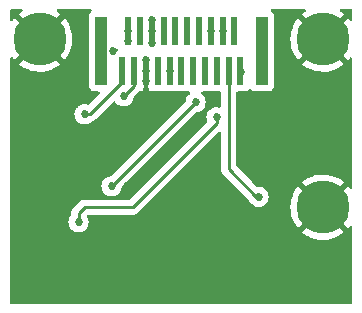
<source format=gbr>
%TF.GenerationSoftware,KiCad,Pcbnew,(6.0.0-0)*%
%TF.CreationDate,2022-03-07T15:49:25-05:00*%
%TF.ProjectId,qwiic,71776969-632e-46b6-9963-61645f706362,rev?*%
%TF.SameCoordinates,Original*%
%TF.FileFunction,Copper,L4,Bot*%
%TF.FilePolarity,Positive*%
%FSLAX46Y46*%
G04 Gerber Fmt 4.6, Leading zero omitted, Abs format (unit mm)*
G04 Created by KiCad (PCBNEW (6.0.0-0)) date 2022-03-07 15:49:25*
%MOMM*%
%LPD*%
G01*
G04 APERTURE LIST*
%TA.AperFunction,ComponentPad*%
%ADD10C,4.500000*%
%TD*%
%TA.AperFunction,SMDPad,CuDef*%
%ADD11R,1.000000X5.850000*%
%TD*%
%TA.AperFunction,SMDPad,CuDef*%
%ADD12R,0.610000X2.410000*%
%TD*%
%TA.AperFunction,ViaPad*%
%ADD13C,0.685800*%
%TD*%
%TA.AperFunction,Conductor*%
%ADD14C,0.254000*%
%TD*%
G04 APERTURE END LIST*
D10*
%TO.P,H1,1,1*%
%TO.N,GND*%
X95000000Y-64000000D03*
%TD*%
%TO.P,H2,1,1*%
%TO.N,GND*%
X119000000Y-64000000D03*
%TD*%
%TO.P,H3,1,1*%
%TO.N,GND*%
X119000000Y-78232000D03*
%TD*%
D11*
%TO.P,J3,*%
%TO.N,*%
X100173500Y-65000000D03*
X113826500Y-65000000D03*
D12*
%TO.P,J3,1,SDA(E)*%
%TO.N,/SDA_EEPROM*%
X101996500Y-66720000D03*
%TO.P,J3,2,SCL(E)*%
%TO.N,/SCL_EEPROM*%
X102996500Y-66720000D03*
%TO.P,J3,3,GND*%
%TO.N,GND*%
X103996500Y-66720000D03*
%TO.P,J3,4,NC*%
%TO.N,unconnected-(J3-Pad4)*%
X104996500Y-66720000D03*
%TO.P,J3,5,~{RST}*%
%TO.N,/~{RST}*%
X105996500Y-66720000D03*
%TO.P,J3,6,SCK*%
%TO.N,/SPI_SCLK*%
X106996500Y-66720000D03*
%TO.P,J3,7,MISO*%
%TO.N,/MISO*%
X107996500Y-66720000D03*
%TO.P,J3,8,MOSI*%
%TO.N,/MOSI*%
X108996500Y-66720000D03*
%TO.P,J3,9,CE*%
%TO.N,/CE*%
X109996500Y-66720000D03*
%TO.P,J3,10,SDA*%
%TO.N,/SDA*%
X110996500Y-66720000D03*
%TO.P,J3,11,SCL*%
%TO.N,/SCL*%
X111996500Y-66720000D03*
%TO.P,J3,12,NC*%
%TO.N,unconnected-(J3-Pad12)*%
X111496500Y-63280000D03*
%TO.P,J3,13,RX*%
%TO.N,/RXD*%
X110496500Y-63280000D03*
%TO.P,J3,14,TX*%
%TO.N,/TXD*%
X109496500Y-63280000D03*
%TO.P,J3,15,STAT*%
%TO.N,/Status*%
X108496500Y-63280000D03*
%TO.P,J3,16,A0*%
%TO.N,/A0*%
X107496500Y-63280000D03*
%TO.P,J3,17,A1*%
%TO.N,/A1*%
X106496500Y-63280000D03*
%TO.P,J3,18,NC*%
%TO.N,unconnected-(J3-Pad18)*%
X105496500Y-63280000D03*
%TO.P,J3,19,3V3*%
%TO.N,/3V3*%
X104496500Y-63280000D03*
%TO.P,J3,20,NC*%
%TO.N,unconnected-(J3-Pad20)*%
X103496500Y-63320000D03*
%TO.P,J3,21,5V*%
%TO.N,/5V*%
X102496500Y-63320000D03*
%TD*%
D13*
%TO.N,GND*%
X104902000Y-74168000D03*
X115316000Y-74930000D03*
X102362000Y-76454000D03*
X103124000Y-80137000D03*
X108331000Y-71120000D03*
X101219000Y-65024000D03*
X111760000Y-77470000D03*
X102108000Y-70358000D03*
X104013000Y-66675000D03*
X109220000Y-74930000D03*
X115316000Y-77470000D03*
X96012000Y-73152000D03*
X109220000Y-77470000D03*
X104013000Y-67564000D03*
X107315000Y-80391000D03*
X104902000Y-70104000D03*
X112903000Y-74930000D03*
X104902000Y-78740000D03*
X99949000Y-79248000D03*
X104013000Y-65786000D03*
%TO.N,/3V3*%
X104495600Y-64363600D03*
X104495600Y-62357000D03*
X104495600Y-63296800D03*
%TO.N,/SDA_EEPROM*%
X98806000Y-70358000D03*
%TO.N,/~{RST}*%
X105996500Y-66720000D03*
%TO.N,/SDA*%
X113538000Y-77343000D03*
%TO.N,/SCL*%
X112014000Y-66802000D03*
%TO.N,/SCL_EEPROM*%
X102108000Y-68834000D03*
%TO.N,/5V*%
X102489000Y-64135000D03*
X102496500Y-63320000D03*
%TO.N,/TXD*%
X108204000Y-69342000D03*
X109496500Y-63280000D03*
X101092000Y-76454000D03*
%TO.N,/RXD*%
X110496500Y-63280000D03*
X98298000Y-79502000D03*
X109982000Y-70612000D03*
%TD*%
D14*
%TO.N,/SDA_EEPROM*%
X101996500Y-66720000D02*
X101996500Y-67620000D01*
X101996500Y-67620000D02*
X99258500Y-70358000D01*
X99258500Y-70358000D02*
X98806000Y-70358000D01*
%TO.N,/SDA*%
X110996500Y-75009954D02*
X110996500Y-66720000D01*
X113538000Y-77343000D02*
X113329546Y-77343000D01*
X113329546Y-77343000D02*
X110996500Y-75009954D01*
%TO.N,/SCL_EEPROM*%
X102996500Y-67945500D02*
X102108000Y-68834000D01*
X102996500Y-66720000D02*
X102996500Y-67945500D01*
%TO.N,/TXD*%
X101092000Y-76454000D02*
X108204000Y-69342000D01*
%TO.N,/RXD*%
X102870000Y-78232000D02*
X98806000Y-78232000D01*
X109982000Y-70612000D02*
X109982000Y-71120000D01*
X109982000Y-71120000D02*
X102870000Y-78232000D01*
X98298000Y-78740000D02*
X98298000Y-79502000D01*
X98806000Y-78232000D02*
X98298000Y-78740000D01*
%TD*%
%TA.AperFunction,Conductor*%
%TO.N,GND*%
G36*
X93508556Y-61466002D02*
G01*
X93555049Y-61519658D01*
X93565153Y-61589932D01*
X93535659Y-61654512D01*
X93504858Y-61680285D01*
X93450196Y-61712805D01*
X93443945Y-61717053D01*
X93250733Y-61866115D01*
X93242267Y-61877773D01*
X93248871Y-61889661D01*
X94987188Y-63627978D01*
X95001132Y-63635592D01*
X95002965Y-63635461D01*
X95009580Y-63631210D01*
X96750162Y-61890628D01*
X96757174Y-61877787D01*
X96749379Y-61867098D01*
X96579886Y-61733481D01*
X96573663Y-61729156D01*
X96492326Y-61679605D01*
X96444557Y-61627082D01*
X96432767Y-61557071D01*
X96460699Y-61491800D01*
X96519485Y-61451992D01*
X96557879Y-61446000D01*
X99286595Y-61446000D01*
X99354716Y-61466002D01*
X99401209Y-61519658D01*
X99411313Y-61589932D01*
X99381819Y-61654512D01*
X99362163Y-61672824D01*
X99310239Y-61711739D01*
X99222885Y-61828295D01*
X99171755Y-61964684D01*
X99165000Y-62026866D01*
X99165000Y-67973134D01*
X99171755Y-68035316D01*
X99222885Y-68171705D01*
X99310239Y-68288261D01*
X99426795Y-68375615D01*
X99563184Y-68426745D01*
X99625366Y-68433500D01*
X99980078Y-68433500D01*
X100048199Y-68453502D01*
X100094692Y-68507158D01*
X100104796Y-68577432D01*
X100075302Y-68642012D01*
X100069173Y-68648595D01*
X99202648Y-69515120D01*
X99140336Y-69549146D01*
X99075213Y-69545888D01*
X99070546Y-69543810D01*
X98983016Y-69525205D01*
X98901943Y-69507972D01*
X98901939Y-69507972D01*
X98895486Y-69506600D01*
X98716514Y-69506600D01*
X98710061Y-69507972D01*
X98710057Y-69507972D01*
X98628984Y-69525205D01*
X98541454Y-69543810D01*
X98535424Y-69546495D01*
X98535423Y-69546495D01*
X98383985Y-69613919D01*
X98383983Y-69613920D01*
X98377955Y-69616604D01*
X98372614Y-69620484D01*
X98372613Y-69620485D01*
X98268778Y-69695926D01*
X98233164Y-69721801D01*
X98228743Y-69726711D01*
X98228742Y-69726712D01*
X98171949Y-69789788D01*
X98113409Y-69854803D01*
X98102046Y-69874485D01*
X98045002Y-69973288D01*
X98023923Y-70009797D01*
X97968618Y-70180009D01*
X97967928Y-70186572D01*
X97967928Y-70186573D01*
X97967032Y-70195100D01*
X97949910Y-70358000D01*
X97968618Y-70535991D01*
X98023923Y-70706203D01*
X98113409Y-70861197D01*
X98117827Y-70866104D01*
X98117828Y-70866105D01*
X98202554Y-70960203D01*
X98233164Y-70994199D01*
X98238506Y-70998080D01*
X98238508Y-70998082D01*
X98372613Y-71095515D01*
X98377955Y-71099396D01*
X98383983Y-71102080D01*
X98383985Y-71102081D01*
X98535423Y-71169505D01*
X98541454Y-71172190D01*
X98628984Y-71190795D01*
X98710057Y-71208028D01*
X98710061Y-71208028D01*
X98716514Y-71209400D01*
X98895486Y-71209400D01*
X98901939Y-71208028D01*
X98901943Y-71208028D01*
X98983016Y-71190795D01*
X99070546Y-71172190D01*
X99076577Y-71169505D01*
X99228015Y-71102081D01*
X99228017Y-71102080D01*
X99234045Y-71099396D01*
X99373854Y-70997818D01*
X99414061Y-70978899D01*
X99417799Y-70978427D01*
X99425172Y-70975508D01*
X99425175Y-70975507D01*
X99459056Y-70962093D01*
X99470285Y-70958248D01*
X99486965Y-70953402D01*
X99512893Y-70945869D01*
X99519720Y-70941831D01*
X99519723Y-70941830D01*
X99530406Y-70935512D01*
X99548164Y-70926812D01*
X99559715Y-70922239D01*
X99559721Y-70922235D01*
X99567088Y-70919319D01*
X99602991Y-70893234D01*
X99612910Y-70886719D01*
X99644268Y-70868174D01*
X99644272Y-70868171D01*
X99651098Y-70864134D01*
X99665482Y-70849750D01*
X99680516Y-70836909D01*
X99690573Y-70829602D01*
X99696987Y-70824942D01*
X99725278Y-70790744D01*
X99733267Y-70781965D01*
X101212413Y-69302819D01*
X101274725Y-69268793D01*
X101345540Y-69273858D01*
X101402376Y-69316405D01*
X101410628Y-69328916D01*
X101412107Y-69331479D01*
X101412110Y-69331484D01*
X101415409Y-69337197D01*
X101535164Y-69470199D01*
X101540506Y-69474080D01*
X101540508Y-69474082D01*
X101640176Y-69546495D01*
X101679955Y-69575396D01*
X101685983Y-69578080D01*
X101685985Y-69578081D01*
X101772510Y-69616604D01*
X101843454Y-69648190D01*
X101929789Y-69666541D01*
X102012057Y-69684028D01*
X102012061Y-69684028D01*
X102018514Y-69685400D01*
X102197486Y-69685400D01*
X102203939Y-69684028D01*
X102203943Y-69684028D01*
X102286211Y-69666541D01*
X102372546Y-69648190D01*
X102443490Y-69616604D01*
X102530015Y-69578081D01*
X102530017Y-69578080D01*
X102536045Y-69575396D01*
X102575824Y-69546495D01*
X102675492Y-69474082D01*
X102675494Y-69474080D01*
X102680836Y-69470199D01*
X102800591Y-69337197D01*
X102890077Y-69182203D01*
X102945382Y-69011991D01*
X102954418Y-68926024D01*
X102981432Y-68860367D01*
X102990633Y-68850100D01*
X103389983Y-68450750D01*
X103398305Y-68443176D01*
X103404803Y-68439053D01*
X103408610Y-68434999D01*
X103443142Y-68415001D01*
X103445146Y-68414250D01*
X103452980Y-68411313D01*
X103523786Y-68406128D01*
X103541441Y-68411312D01*
X103573894Y-68423478D01*
X103589149Y-68427105D01*
X103640014Y-68432631D01*
X103646828Y-68433000D01*
X103724385Y-68433000D01*
X103739624Y-68428525D01*
X103740829Y-68427135D01*
X103742500Y-68419452D01*
X103742500Y-68218852D01*
X103754347Y-68172542D01*
X103752115Y-68171705D01*
X103800471Y-68042715D01*
X103803245Y-68035316D01*
X103810000Y-67973134D01*
X103810000Y-66592000D01*
X103830002Y-66523879D01*
X103883658Y-66477386D01*
X103936000Y-66466000D01*
X104057000Y-66466000D01*
X104125121Y-66486002D01*
X104171614Y-66539658D01*
X104183000Y-66592000D01*
X104183000Y-67973134D01*
X104189755Y-68035316D01*
X104192529Y-68042715D01*
X104240885Y-68171705D01*
X104238653Y-68172542D01*
X104250500Y-68218852D01*
X104250500Y-68414884D01*
X104254975Y-68430123D01*
X104256365Y-68431328D01*
X104264048Y-68432999D01*
X104346169Y-68432999D01*
X104352990Y-68432629D01*
X104403852Y-68427105D01*
X104419107Y-68423478D01*
X104451557Y-68411313D01*
X104522364Y-68406129D01*
X104540019Y-68411313D01*
X104573781Y-68423970D01*
X104573783Y-68423970D01*
X104581184Y-68426745D01*
X104643366Y-68433500D01*
X105349634Y-68433500D01*
X105411816Y-68426745D01*
X105452271Y-68411579D01*
X105523076Y-68406396D01*
X105540723Y-68411577D01*
X105581184Y-68426745D01*
X105643366Y-68433500D01*
X106349634Y-68433500D01*
X106411816Y-68426745D01*
X106452271Y-68411579D01*
X106523076Y-68406396D01*
X106540723Y-68411577D01*
X106581184Y-68426745D01*
X106643366Y-68433500D01*
X107349634Y-68433500D01*
X107411816Y-68426745D01*
X107452271Y-68411579D01*
X107523076Y-68406396D01*
X107540723Y-68411577D01*
X107581184Y-68426745D01*
X107634164Y-68432500D01*
X107699725Y-68459741D01*
X107740152Y-68518104D01*
X107742608Y-68589058D01*
X107706313Y-68650076D01*
X107694619Y-68659698D01*
X107631164Y-68705801D01*
X107511409Y-68838803D01*
X107421923Y-68993797D01*
X107366618Y-69164009D01*
X107365928Y-69170572D01*
X107365928Y-69170573D01*
X107357582Y-69249977D01*
X107330568Y-69315634D01*
X107321367Y-69325901D01*
X101080393Y-75566874D01*
X101018081Y-75600900D01*
X101007506Y-75602600D01*
X101002514Y-75602600D01*
X100827454Y-75639810D01*
X100821424Y-75642495D01*
X100821423Y-75642495D01*
X100669985Y-75709919D01*
X100669983Y-75709920D01*
X100663955Y-75712604D01*
X100658614Y-75716484D01*
X100658613Y-75716485D01*
X100554555Y-75792088D01*
X100519164Y-75817801D01*
X100514743Y-75822711D01*
X100514742Y-75822712D01*
X100404810Y-75944805D01*
X100399409Y-75950803D01*
X100396108Y-75956521D01*
X100313791Y-76099098D01*
X100309923Y-76105797D01*
X100254618Y-76276009D01*
X100235910Y-76454000D01*
X100236600Y-76460565D01*
X100238924Y-76482671D01*
X100254618Y-76631991D01*
X100256658Y-76638269D01*
X100256658Y-76638270D01*
X100259554Y-76647184D01*
X100309923Y-76802203D01*
X100399409Y-76957197D01*
X100519164Y-77090199D01*
X100524506Y-77094080D01*
X100524508Y-77094082D01*
X100658613Y-77191515D01*
X100663955Y-77195396D01*
X100669983Y-77198080D01*
X100669985Y-77198081D01*
X100821423Y-77265505D01*
X100827454Y-77268190D01*
X100914984Y-77286795D01*
X100996057Y-77304028D01*
X100996061Y-77304028D01*
X101002514Y-77305400D01*
X101181486Y-77305400D01*
X101187939Y-77304028D01*
X101187943Y-77304028D01*
X101269016Y-77286795D01*
X101356546Y-77268190D01*
X101362577Y-77265505D01*
X101514015Y-77198081D01*
X101514017Y-77198080D01*
X101520045Y-77195396D01*
X101525387Y-77191515D01*
X101659492Y-77094082D01*
X101659494Y-77094080D01*
X101664836Y-77090199D01*
X101784591Y-76957197D01*
X101874077Y-76802203D01*
X101924446Y-76647184D01*
X101927342Y-76638270D01*
X101927342Y-76638269D01*
X101929382Y-76631991D01*
X101938418Y-76546023D01*
X101965432Y-76480366D01*
X101974633Y-76470099D01*
X108215607Y-70229126D01*
X108277919Y-70195100D01*
X108288494Y-70193400D01*
X108293486Y-70193400D01*
X108468546Y-70156190D01*
X108574980Y-70108803D01*
X108626015Y-70086081D01*
X108626017Y-70086080D01*
X108632045Y-70083396D01*
X108724695Y-70016082D01*
X108771492Y-69982082D01*
X108771494Y-69982080D01*
X108776836Y-69978199D01*
X108781258Y-69973288D01*
X108892172Y-69850105D01*
X108892173Y-69850104D01*
X108896591Y-69845197D01*
X108960409Y-69734662D01*
X108982773Y-69695926D01*
X108982774Y-69695925D01*
X108986077Y-69690203D01*
X109010863Y-69613919D01*
X109039342Y-69526270D01*
X109039342Y-69526269D01*
X109041382Y-69519991D01*
X109042790Y-69506600D01*
X109059400Y-69348565D01*
X109060090Y-69342000D01*
X109052928Y-69273858D01*
X109042072Y-69170573D01*
X109042072Y-69170572D01*
X109041382Y-69164009D01*
X108986077Y-68993797D01*
X108896591Y-68838803D01*
X108776836Y-68705801D01*
X108715773Y-68661436D01*
X108672419Y-68605214D01*
X108666344Y-68534477D01*
X108699476Y-68471686D01*
X108761296Y-68436774D01*
X108789834Y-68433500D01*
X109349634Y-68433500D01*
X109411816Y-68426745D01*
X109452271Y-68411579D01*
X109523076Y-68406396D01*
X109540723Y-68411577D01*
X109581184Y-68426745D01*
X109643366Y-68433500D01*
X110235000Y-68433500D01*
X110303121Y-68453502D01*
X110349614Y-68507158D01*
X110361000Y-68559500D01*
X110361000Y-69666541D01*
X110340998Y-69734662D01*
X110287342Y-69781155D01*
X110217068Y-69791259D01*
X110208817Y-69789791D01*
X110142184Y-69775627D01*
X110077943Y-69761972D01*
X110077939Y-69761972D01*
X110071486Y-69760600D01*
X109892514Y-69760600D01*
X109886061Y-69761972D01*
X109886057Y-69761972D01*
X109804984Y-69779205D01*
X109717454Y-69797810D01*
X109711424Y-69800495D01*
X109711423Y-69800495D01*
X109559985Y-69867919D01*
X109559983Y-69867920D01*
X109553955Y-69870604D01*
X109409164Y-69975801D01*
X109404743Y-69980711D01*
X109404742Y-69980712D01*
X109403509Y-69982082D01*
X109289409Y-70108803D01*
X109199923Y-70263797D01*
X109144618Y-70434009D01*
X109125910Y-70612000D01*
X109144618Y-70789991D01*
X109146658Y-70796269D01*
X109146658Y-70796270D01*
X109186643Y-70919332D01*
X109188670Y-70990300D01*
X109155905Y-71047363D01*
X102643672Y-77559595D01*
X102581360Y-77593621D01*
X102554577Y-77596500D01*
X98885020Y-77596500D01*
X98873791Y-77595971D01*
X98866281Y-77594292D01*
X98858355Y-77594541D01*
X98858354Y-77594541D01*
X98798002Y-77596438D01*
X98794044Y-77596500D01*
X98766017Y-77596500D01*
X98761971Y-77597011D01*
X98750143Y-77597942D01*
X98705795Y-77599336D01*
X98698178Y-77601549D01*
X98686253Y-77605013D01*
X98666894Y-77609022D01*
X98665633Y-77609181D01*
X98646701Y-77611573D01*
X98639337Y-77614489D01*
X98639332Y-77614490D01*
X98617421Y-77623166D01*
X98605428Y-77627914D01*
X98594224Y-77631751D01*
X98551607Y-77644132D01*
X98534094Y-77654489D01*
X98516343Y-77663185D01*
X98504785Y-77667761D01*
X98504780Y-77667764D01*
X98497412Y-77670681D01*
X98477816Y-77684918D01*
X98461507Y-77696767D01*
X98451585Y-77703284D01*
X98420228Y-77721828D01*
X98420225Y-77721830D01*
X98413401Y-77725866D01*
X98399014Y-77740253D01*
X98383980Y-77753094D01*
X98367513Y-77765058D01*
X98362460Y-77771166D01*
X98339228Y-77799249D01*
X98331238Y-77808029D01*
X97904517Y-78234750D01*
X97896191Y-78242326D01*
X97889697Y-78246447D01*
X97884274Y-78252222D01*
X97842915Y-78296265D01*
X97840160Y-78299107D01*
X97820361Y-78318906D01*
X97817937Y-78322031D01*
X97817929Y-78322040D01*
X97817863Y-78322126D01*
X97810155Y-78331151D01*
X97779783Y-78363494D01*
X97775965Y-78370438D01*
X97775964Y-78370440D01*
X97769978Y-78381329D01*
X97759127Y-78397847D01*
X97746650Y-78413933D01*
X97729024Y-78454666D01*
X97723807Y-78465314D01*
X97702431Y-78504197D01*
X97700460Y-78511872D01*
X97700458Y-78511878D01*
X97697369Y-78523911D01*
X97690966Y-78542613D01*
X97682883Y-78561292D01*
X97681644Y-78569117D01*
X97675940Y-78605127D01*
X97673535Y-78616740D01*
X97662500Y-78659718D01*
X97662500Y-78680065D01*
X97660949Y-78699776D01*
X97657765Y-78719879D01*
X97658511Y-78727771D01*
X97661941Y-78764056D01*
X97662500Y-78775914D01*
X97662500Y-78887031D01*
X97642498Y-78955152D01*
X97630142Y-78971335D01*
X97605409Y-78998803D01*
X97515923Y-79153797D01*
X97460618Y-79324009D01*
X97441910Y-79502000D01*
X97460618Y-79679991D01*
X97515923Y-79850203D01*
X97605409Y-80005197D01*
X97725164Y-80138199D01*
X97869955Y-80243396D01*
X97875983Y-80246080D01*
X97875985Y-80246081D01*
X98027423Y-80313505D01*
X98033454Y-80316190D01*
X98120984Y-80334795D01*
X98202057Y-80352028D01*
X98202061Y-80352028D01*
X98208514Y-80353400D01*
X98387486Y-80353400D01*
X98393939Y-80352028D01*
X98393943Y-80352028D01*
X98475016Y-80334795D01*
X98562546Y-80316190D01*
X98568577Y-80313505D01*
X98720015Y-80246081D01*
X98720017Y-80246080D01*
X98726045Y-80243396D01*
X98870836Y-80138199D01*
X98990591Y-80005197D01*
X99080077Y-79850203D01*
X99135382Y-79679991D01*
X99154090Y-79502000D01*
X99135382Y-79324009D01*
X99080077Y-79153797D01*
X99023902Y-79056499D01*
X99007164Y-78987505D01*
X99030384Y-78920413D01*
X99086191Y-78876526D01*
X99133021Y-78867500D01*
X102790980Y-78867500D01*
X102802214Y-78868030D01*
X102809719Y-78869708D01*
X102878012Y-78867562D01*
X102881969Y-78867500D01*
X102909983Y-78867500D01*
X102913908Y-78867004D01*
X102913909Y-78867004D01*
X102914004Y-78866992D01*
X102925849Y-78866059D01*
X102955670Y-78865122D01*
X102962282Y-78864914D01*
X102962283Y-78864914D01*
X102970205Y-78864665D01*
X102989749Y-78858987D01*
X103009112Y-78854977D01*
X103021440Y-78853420D01*
X103021442Y-78853420D01*
X103029299Y-78852427D01*
X103036663Y-78849511D01*
X103036668Y-78849510D01*
X103070556Y-78836093D01*
X103081785Y-78832248D01*
X103098465Y-78827402D01*
X103124393Y-78819869D01*
X103131220Y-78815831D01*
X103131223Y-78815830D01*
X103141906Y-78809512D01*
X103159664Y-78800812D01*
X103171215Y-78796239D01*
X103171221Y-78796235D01*
X103178588Y-78793319D01*
X103214491Y-78767234D01*
X103224410Y-78760719D01*
X103255768Y-78742174D01*
X103255772Y-78742171D01*
X103262598Y-78738134D01*
X103276982Y-78723750D01*
X103292016Y-78710909D01*
X103302073Y-78703602D01*
X103308487Y-78698942D01*
X103336778Y-78664744D01*
X103344767Y-78655965D01*
X103793874Y-78206858D01*
X116237299Y-78206858D01*
X116253456Y-78531410D01*
X116254287Y-78538939D01*
X116309318Y-78859198D01*
X116311051Y-78866585D01*
X116404156Y-79177909D01*
X116406759Y-79185022D01*
X116536595Y-79482913D01*
X116540037Y-79489669D01*
X116704720Y-79769803D01*
X116708943Y-79776088D01*
X116865792Y-79981608D01*
X116877316Y-79990069D01*
X116889382Y-79983408D01*
X118627978Y-78244812D01*
X118635592Y-78230868D01*
X118635461Y-78229035D01*
X118631210Y-78222420D01*
X116890864Y-76482074D01*
X116877929Y-76475011D01*
X116867367Y-76482671D01*
X116741785Y-76640268D01*
X116737428Y-76646467D01*
X116566913Y-76923094D01*
X116563333Y-76929770D01*
X116427287Y-77224878D01*
X116424537Y-77231929D01*
X116324927Y-77541251D01*
X116323044Y-77548584D01*
X116261316Y-77867632D01*
X116260329Y-77875132D01*
X116237378Y-78199277D01*
X116237299Y-78206858D01*
X103793874Y-78206858D01*
X110145905Y-71854828D01*
X110208217Y-71820802D01*
X110279032Y-71825867D01*
X110335868Y-71868414D01*
X110360679Y-71934934D01*
X110361000Y-71943923D01*
X110361000Y-74930934D01*
X110360470Y-74942168D01*
X110358792Y-74949673D01*
X110359041Y-74957592D01*
X110360938Y-75017966D01*
X110361000Y-75021923D01*
X110361000Y-75049937D01*
X110361496Y-75053862D01*
X110361496Y-75053863D01*
X110361508Y-75053958D01*
X110362441Y-75065803D01*
X110363835Y-75110159D01*
X110366047Y-75117771D01*
X110369513Y-75129702D01*
X110373523Y-75149066D01*
X110376073Y-75169253D01*
X110378989Y-75176617D01*
X110378990Y-75176622D01*
X110392407Y-75210510D01*
X110396252Y-75221739D01*
X110408631Y-75264347D01*
X110412669Y-75271174D01*
X110412670Y-75271177D01*
X110418988Y-75281860D01*
X110427688Y-75299618D01*
X110432261Y-75311169D01*
X110432265Y-75311175D01*
X110435181Y-75318542D01*
X110439839Y-75324953D01*
X110439840Y-75324955D01*
X110461264Y-75354442D01*
X110467781Y-75364364D01*
X110486326Y-75395722D01*
X110486329Y-75395726D01*
X110490366Y-75402552D01*
X110504750Y-75416936D01*
X110517591Y-75431970D01*
X110529558Y-75448441D01*
X110554658Y-75469205D01*
X110563755Y-75476731D01*
X110572535Y-75484721D01*
X112723417Y-77635603D01*
X112750213Y-77679328D01*
X112751197Y-77678890D01*
X112753881Y-77684918D01*
X112755923Y-77691203D01*
X112845409Y-77846197D01*
X112849827Y-77851104D01*
X112849828Y-77851105D01*
X112864555Y-77867461D01*
X112965164Y-77979199D01*
X113109955Y-78084396D01*
X113115983Y-78087080D01*
X113115985Y-78087081D01*
X113267423Y-78154505D01*
X113273454Y-78157190D01*
X113360984Y-78175795D01*
X113442057Y-78193028D01*
X113442061Y-78193028D01*
X113448514Y-78194400D01*
X113627486Y-78194400D01*
X113633939Y-78193028D01*
X113633943Y-78193028D01*
X113715016Y-78175795D01*
X113802546Y-78157190D01*
X113808577Y-78154505D01*
X113960015Y-78087081D01*
X113960017Y-78087080D01*
X113966045Y-78084396D01*
X114110836Y-77979199D01*
X114211445Y-77867461D01*
X114226172Y-77851105D01*
X114226173Y-77851104D01*
X114230591Y-77846197D01*
X114320077Y-77691203D01*
X114375382Y-77520991D01*
X114394090Y-77343000D01*
X114375382Y-77165009D01*
X114320077Y-76994797D01*
X114230591Y-76839803D01*
X114110836Y-76706801D01*
X114028781Y-76647184D01*
X113971387Y-76605485D01*
X113971386Y-76605484D01*
X113966045Y-76601604D01*
X113960017Y-76598920D01*
X113960015Y-76598919D01*
X113808577Y-76531495D01*
X113808576Y-76531495D01*
X113802546Y-76528810D01*
X113715016Y-76510205D01*
X113633943Y-76492972D01*
X113633939Y-76492972D01*
X113627486Y-76491600D01*
X113448514Y-76491600D01*
X113443535Y-76492658D01*
X113374248Y-76479986D01*
X113341823Y-76456544D01*
X112995052Y-76109773D01*
X117242267Y-76109773D01*
X117248871Y-76121661D01*
X118987188Y-77859978D01*
X119001132Y-77867592D01*
X119002965Y-77867461D01*
X119009580Y-77863210D01*
X120750162Y-76122628D01*
X120757174Y-76109787D01*
X120749379Y-76099098D01*
X120579886Y-75965481D01*
X120573663Y-75961156D01*
X120296140Y-75792088D01*
X120289465Y-75788553D01*
X119993637Y-75654049D01*
X119986567Y-75651335D01*
X119676740Y-75553350D01*
X119669389Y-75551503D01*
X119350024Y-75491446D01*
X119342515Y-75490498D01*
X119018251Y-75469245D01*
X119010686Y-75469205D01*
X118686207Y-75487062D01*
X118678693Y-75487931D01*
X118358713Y-75544641D01*
X118351357Y-75546406D01*
X118040503Y-75641147D01*
X118033409Y-75643786D01*
X117736207Y-75775178D01*
X117729470Y-75778655D01*
X117450196Y-75944805D01*
X117443945Y-75949053D01*
X117250733Y-76098115D01*
X117242267Y-76109773D01*
X112995052Y-76109773D01*
X111668905Y-74783626D01*
X111634879Y-74721314D01*
X111632000Y-74694531D01*
X111632000Y-68559500D01*
X111652002Y-68491379D01*
X111705658Y-68444886D01*
X111758000Y-68433500D01*
X112349634Y-68433500D01*
X112411816Y-68426745D01*
X112548205Y-68375615D01*
X112664761Y-68288261D01*
X112713174Y-68223664D01*
X112770033Y-68181149D01*
X112840852Y-68176123D01*
X112903145Y-68210183D01*
X112914826Y-68223664D01*
X112963239Y-68288261D01*
X113079795Y-68375615D01*
X113216184Y-68426745D01*
X113278366Y-68433500D01*
X114374634Y-68433500D01*
X114436816Y-68426745D01*
X114573205Y-68375615D01*
X114689761Y-68288261D01*
X114777115Y-68171705D01*
X114828245Y-68035316D01*
X114835000Y-67973134D01*
X114835000Y-66121982D01*
X117243142Y-66121982D01*
X117250668Y-66132415D01*
X117396463Y-66249848D01*
X117402648Y-66254244D01*
X117678363Y-66426195D01*
X117685034Y-66429817D01*
X117979414Y-66567402D01*
X117986468Y-66570195D01*
X118295257Y-66671420D01*
X118302570Y-66673339D01*
X118621298Y-66736738D01*
X118628789Y-66737764D01*
X118952823Y-66762413D01*
X118960386Y-66762531D01*
X119285021Y-66748074D01*
X119292562Y-66747282D01*
X119613115Y-66693926D01*
X119620479Y-66692240D01*
X119932315Y-66600757D01*
X119939424Y-66598198D01*
X120238003Y-66469919D01*
X120244770Y-66466515D01*
X120525764Y-66303301D01*
X120532071Y-66299111D01*
X120750005Y-66134588D01*
X120758461Y-66123197D01*
X120751743Y-66110953D01*
X119012812Y-64372022D01*
X118998868Y-64364408D01*
X118997035Y-64364539D01*
X118990420Y-64368790D01*
X117250257Y-66108953D01*
X117243142Y-66121982D01*
X114835000Y-66121982D01*
X114835000Y-63974858D01*
X116237299Y-63974858D01*
X116253456Y-64299410D01*
X116254287Y-64306939D01*
X116309318Y-64627198D01*
X116311051Y-64634585D01*
X116404156Y-64945909D01*
X116406759Y-64953022D01*
X116536595Y-65250913D01*
X116540037Y-65257669D01*
X116704720Y-65537803D01*
X116708943Y-65544088D01*
X116865792Y-65749608D01*
X116877316Y-65758069D01*
X116889382Y-65751408D01*
X118627978Y-64012812D01*
X118635592Y-63998868D01*
X118635461Y-63997035D01*
X118631210Y-63990420D01*
X116890864Y-62250074D01*
X116877929Y-62243011D01*
X116867367Y-62250671D01*
X116741785Y-62408268D01*
X116737428Y-62414467D01*
X116566913Y-62691094D01*
X116563333Y-62697770D01*
X116427287Y-62992878D01*
X116424537Y-62999929D01*
X116324927Y-63309251D01*
X116323044Y-63316584D01*
X116261316Y-63635632D01*
X116260329Y-63643132D01*
X116237378Y-63967277D01*
X116237299Y-63974858D01*
X114835000Y-63974858D01*
X114835000Y-62026866D01*
X114828245Y-61964684D01*
X114777115Y-61828295D01*
X114689761Y-61711739D01*
X114637838Y-61672825D01*
X114595325Y-61615966D01*
X114590300Y-61545148D01*
X114624359Y-61482855D01*
X114686691Y-61448865D01*
X114713405Y-61446000D01*
X117440435Y-61446000D01*
X117508556Y-61466002D01*
X117555049Y-61519658D01*
X117565153Y-61589932D01*
X117535659Y-61654512D01*
X117504858Y-61680285D01*
X117450196Y-61712805D01*
X117443945Y-61717053D01*
X117250733Y-61866115D01*
X117242267Y-61877773D01*
X117248871Y-61889661D01*
X118987188Y-63627978D01*
X119001132Y-63635592D01*
X119002965Y-63635461D01*
X119009580Y-63631210D01*
X120750162Y-61890628D01*
X120757174Y-61877787D01*
X120749379Y-61867098D01*
X120579886Y-61733481D01*
X120573663Y-61729156D01*
X120492326Y-61679605D01*
X120444557Y-61627082D01*
X120432767Y-61557071D01*
X120460699Y-61491800D01*
X120519485Y-61451992D01*
X120557879Y-61446000D01*
X121361000Y-61446000D01*
X121429121Y-61466002D01*
X121475614Y-61519658D01*
X121487000Y-61572000D01*
X121487000Y-62337698D01*
X121466998Y-62405819D01*
X121413342Y-62452312D01*
X121343068Y-62462416D01*
X121278488Y-62432922D01*
X121261643Y-62415184D01*
X121133617Y-62251022D01*
X121121823Y-62242551D01*
X121110113Y-62249097D01*
X119372022Y-63987188D01*
X119364408Y-64001132D01*
X119364539Y-64002965D01*
X119368790Y-64009580D01*
X121108825Y-65749615D01*
X121121948Y-65756781D01*
X121132250Y-65749391D01*
X121241429Y-65615285D01*
X121245838Y-65609149D01*
X121254437Y-65595520D01*
X121307703Y-65548581D01*
X121377891Y-65537891D01*
X121442715Y-65566844D01*
X121481596Y-65626248D01*
X121487000Y-65662754D01*
X121487000Y-76569698D01*
X121466998Y-76637819D01*
X121413342Y-76684312D01*
X121343068Y-76694416D01*
X121278488Y-76664922D01*
X121261643Y-76647184D01*
X121133617Y-76483022D01*
X121121823Y-76474551D01*
X121110113Y-76481097D01*
X119372022Y-78219188D01*
X119364408Y-78233132D01*
X119364539Y-78234965D01*
X119368790Y-78241580D01*
X121108825Y-79981615D01*
X121121948Y-79988781D01*
X121132250Y-79981391D01*
X121241429Y-79847285D01*
X121245838Y-79841149D01*
X121254437Y-79827520D01*
X121307703Y-79780581D01*
X121377891Y-79769891D01*
X121442715Y-79798844D01*
X121481596Y-79858248D01*
X121487000Y-79894754D01*
X121487000Y-86304000D01*
X121466998Y-86372121D01*
X121413342Y-86418614D01*
X121361000Y-86430000D01*
X92629000Y-86430000D01*
X92560879Y-86409998D01*
X92514386Y-86356342D01*
X92503000Y-86304000D01*
X92503000Y-80353982D01*
X117243142Y-80353982D01*
X117250668Y-80364415D01*
X117396463Y-80481848D01*
X117402648Y-80486244D01*
X117678363Y-80658195D01*
X117685034Y-80661817D01*
X117979414Y-80799402D01*
X117986468Y-80802195D01*
X118295257Y-80903420D01*
X118302570Y-80905339D01*
X118621298Y-80968738D01*
X118628789Y-80969764D01*
X118952823Y-80994413D01*
X118960386Y-80994531D01*
X119285021Y-80980074D01*
X119292562Y-80979282D01*
X119613115Y-80925926D01*
X119620479Y-80924240D01*
X119932315Y-80832757D01*
X119939424Y-80830198D01*
X120238003Y-80701919D01*
X120244770Y-80698515D01*
X120525764Y-80535301D01*
X120532071Y-80531111D01*
X120750005Y-80366588D01*
X120758461Y-80355197D01*
X120751743Y-80342953D01*
X119012812Y-78604022D01*
X118998868Y-78596408D01*
X118997035Y-78596539D01*
X118990420Y-78600790D01*
X117250257Y-80340953D01*
X117243142Y-80353982D01*
X92503000Y-80353982D01*
X92503000Y-66121982D01*
X93243142Y-66121982D01*
X93250668Y-66132415D01*
X93396463Y-66249848D01*
X93402648Y-66254244D01*
X93678363Y-66426195D01*
X93685034Y-66429817D01*
X93979414Y-66567402D01*
X93986468Y-66570195D01*
X94295257Y-66671420D01*
X94302570Y-66673339D01*
X94621298Y-66736738D01*
X94628789Y-66737764D01*
X94952823Y-66762413D01*
X94960386Y-66762531D01*
X95285021Y-66748074D01*
X95292562Y-66747282D01*
X95613115Y-66693926D01*
X95620479Y-66692240D01*
X95932315Y-66600757D01*
X95939424Y-66598198D01*
X96238003Y-66469919D01*
X96244770Y-66466515D01*
X96525764Y-66303301D01*
X96532071Y-66299111D01*
X96750005Y-66134588D01*
X96758461Y-66123197D01*
X96751743Y-66110953D01*
X95012812Y-64372022D01*
X94998868Y-64364408D01*
X94997035Y-64364539D01*
X94990420Y-64368790D01*
X93250257Y-66108953D01*
X93243142Y-66121982D01*
X92503000Y-66121982D01*
X92503000Y-65647024D01*
X92523002Y-65578903D01*
X92576658Y-65532410D01*
X92646932Y-65522306D01*
X92711512Y-65551800D01*
X92729163Y-65570582D01*
X92865792Y-65749608D01*
X92877316Y-65758069D01*
X92889382Y-65751408D01*
X94627978Y-64012812D01*
X94634356Y-64001132D01*
X95364408Y-64001132D01*
X95364539Y-64002965D01*
X95368790Y-64009580D01*
X97108825Y-65749615D01*
X97121948Y-65756781D01*
X97132250Y-65749391D01*
X97241429Y-65615285D01*
X97245842Y-65609144D01*
X97419248Y-65334312D01*
X97422895Y-65327677D01*
X97562025Y-65034011D01*
X97564850Y-65026984D01*
X97667696Y-64718715D01*
X97669650Y-64711424D01*
X97734716Y-64393033D01*
X97735784Y-64385529D01*
X97762253Y-64060100D01*
X97762458Y-64055625D01*
X97763018Y-64002221D01*
X97762908Y-63997789D01*
X97743257Y-63671835D01*
X97742349Y-63664333D01*
X97683967Y-63344663D01*
X97682154Y-63337284D01*
X97585797Y-63026966D01*
X97583116Y-63019869D01*
X97450172Y-62723363D01*
X97446655Y-62716636D01*
X97279054Y-62438252D01*
X97274757Y-62431999D01*
X97133617Y-62251022D01*
X97121823Y-62242551D01*
X97110113Y-62249097D01*
X95372022Y-63987188D01*
X95364408Y-64001132D01*
X94634356Y-64001132D01*
X94635592Y-63998868D01*
X94635461Y-63997035D01*
X94631210Y-63990420D01*
X92890864Y-62250074D01*
X92877929Y-62243011D01*
X92867367Y-62250671D01*
X92741785Y-62408268D01*
X92737427Y-62414469D01*
X92736261Y-62416360D01*
X92735816Y-62416760D01*
X92735245Y-62417573D01*
X92735059Y-62417442D01*
X92683489Y-62463855D01*
X92613418Y-62475279D01*
X92548294Y-62447006D01*
X92508793Y-62388012D01*
X92503000Y-62350246D01*
X92503000Y-61572000D01*
X92523002Y-61503879D01*
X92576658Y-61457386D01*
X92629000Y-61446000D01*
X93440435Y-61446000D01*
X93508556Y-61466002D01*
G37*
%TD.AperFunction*%
%TA.AperFunction,Conductor*%
G36*
X101428937Y-64788500D02*
G01*
X101485666Y-64788500D01*
X101553787Y-64808502D01*
X101600280Y-64862158D01*
X101610384Y-64932432D01*
X101580890Y-64997012D01*
X101529896Y-65032482D01*
X101525817Y-65034011D01*
X101444795Y-65064385D01*
X101437610Y-65069770D01*
X101437608Y-65069771D01*
X101383565Y-65110274D01*
X101317058Y-65135122D01*
X101247676Y-65120069D01*
X101197446Y-65069894D01*
X101182000Y-65009448D01*
X101182000Y-64902483D01*
X101202002Y-64834362D01*
X101255658Y-64787869D01*
X101321170Y-64777173D01*
X101428937Y-64788500D01*
G37*
%TD.AperFunction*%
%TD*%
M02*

</source>
